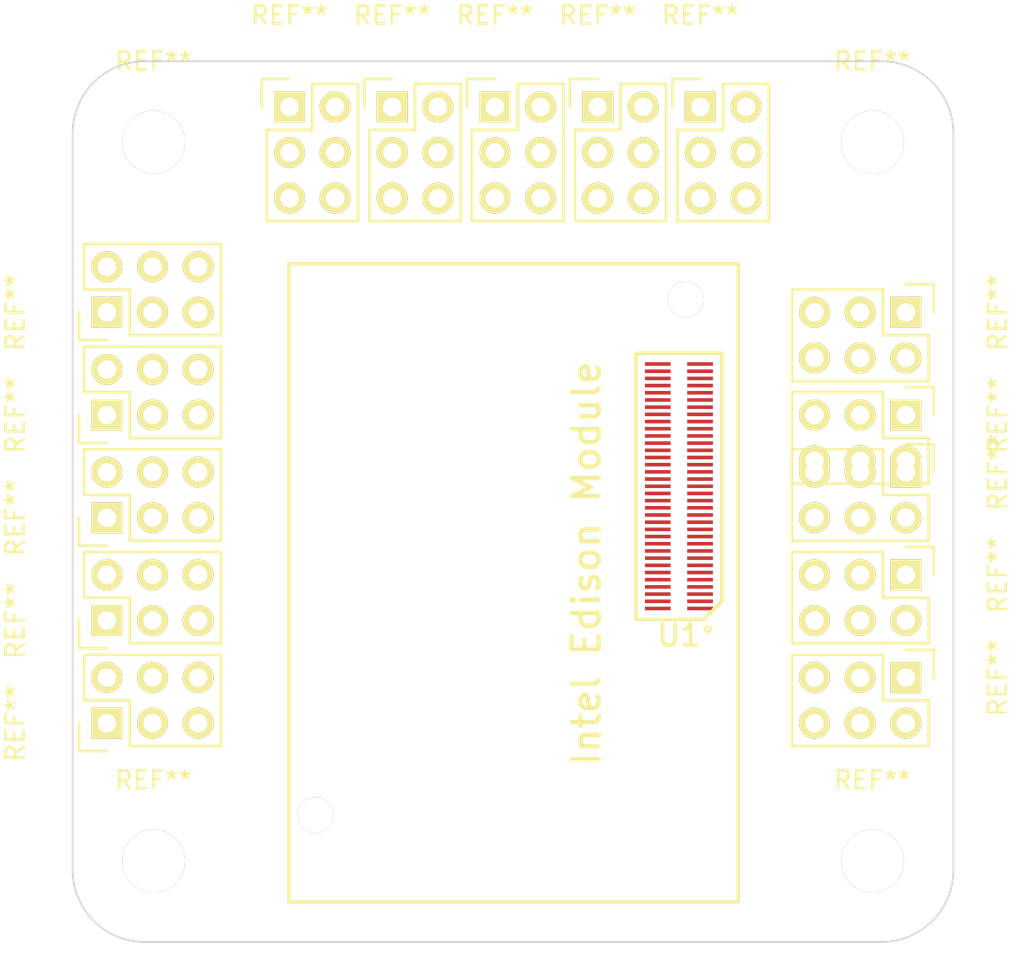
<source format=kicad_pcb>
(kicad_pcb (version 4) (host pcbnew "(after 2015-mar-04 BZR unknown)-product")

  (general
    (links 0)
    (no_connects 0)
    (area -12.18383 -1.17988 59.88383 50.53026)
    (thickness 1.6)
    (drawings 13)
    (tracks 0)
    (zones 0)
    (modules 22)
    (nets 1)
  )

  (page A4)
  (layers
    (0 F.Cu signal)
    (31 B.Cu signal)
    (32 B.Adhes user)
    (33 F.Adhes user)
    (34 B.Paste user)
    (35 F.Paste user)
    (36 B.SilkS user)
    (37 F.SilkS user)
    (38 B.Mask user)
    (39 F.Mask user)
    (40 Dwgs.User user)
    (41 Cmts.User user)
    (42 Eco1.User user)
    (43 Eco2.User user)
    (44 Edge.Cuts user)
    (45 Margin user)
    (46 B.CrtYd user)
    (47 F.CrtYd user)
    (48 B.Fab user)
    (49 F.Fab user)
  )

  (setup
    (last_trace_width 0.254)
    (trace_clearance 0.254)
    (zone_clearance 0.508)
    (zone_45_only yes)
    (trace_min 0.254)
    (segment_width 0.2)
    (edge_width 0.1)
    (via_size 0.889)
    (via_drill 0.635)
    (via_min_size 0.889)
    (via_min_drill 0.508)
    (uvia_size 0.508)
    (uvia_drill 0.127)
    (uvias_allowed no)
    (uvia_min_size 0.508)
    (uvia_min_drill 0.127)
    (pcb_text_width 0.3)
    (pcb_text_size 1.5 1.5)
    (mod_edge_width 0.15)
    (mod_text_size 1 1)
    (mod_text_width 0.15)
    (pad_size 2 2)
    (pad_drill 2)
    (pad_to_mask_clearance 0)
    (aux_axis_origin 0 0)
    (visible_elements 7FFFFF7F)
    (pcbplotparams
      (layerselection 0x00030_80000001)
      (usegerberextensions false)
      (excludeedgelayer true)
      (linewidth 0.100000)
      (plotframeref false)
      (viasonmask false)
      (mode 1)
      (useauxorigin false)
      (hpglpennumber 1)
      (hpglpenspeed 20)
      (hpglpendiameter 15)
      (hpglpenoverlay 2)
      (psnegative false)
      (psa4output false)
      (plotreference true)
      (plotvalue true)
      (plotinvisibletext false)
      (padsonsilk false)
      (subtractmaskfromsilk false)
      (outputformat 1)
      (mirror false)
      (drillshape 1)
      (scaleselection 1)
      (outputdirectory ""))
  )

  (net 0 "")

  (net_class Default "This is the default net class."
    (clearance 0.254)
    (trace_width 0.254)
    (via_dia 0.889)
    (via_drill 0.635)
    (uvia_dia 0.508)
    (uvia_drill 0.127)
  )

  (module Pin_Headers:Pin_Header_Straight_2x03 (layer F.Cu) (tedit 54EA0A4B) (tstamp 56087F01)
    (at 46.355 22.86 270)
    (descr "Through hole pin header")
    (tags "pin header")
    (fp_text reference REF** (at 0 -5.1 270) (layer F.SilkS)
      (effects (font (size 1 1) (thickness 0.15)))
    )
    (fp_text value Pin_Header_Straight_2x03 (at 0 -3.1 270) (layer F.Fab)
      (effects (font (size 1 1) (thickness 0.15)))
    )
    (fp_line (start -1.27 1.27) (end -1.27 6.35) (layer F.SilkS) (width 0.15))
    (fp_line (start -1.55 -1.55) (end 0 -1.55) (layer F.SilkS) (width 0.15))
    (fp_line (start -1.75 -1.75) (end -1.75 6.85) (layer F.CrtYd) (width 0.05))
    (fp_line (start 4.3 -1.75) (end 4.3 6.85) (layer F.CrtYd) (width 0.05))
    (fp_line (start -1.75 -1.75) (end 4.3 -1.75) (layer F.CrtYd) (width 0.05))
    (fp_line (start -1.75 6.85) (end 4.3 6.85) (layer F.CrtYd) (width 0.05))
    (fp_line (start 1.27 -1.27) (end 1.27 1.27) (layer F.SilkS) (width 0.15))
    (fp_line (start 1.27 1.27) (end -1.27 1.27) (layer F.SilkS) (width 0.15))
    (fp_line (start -1.27 6.35) (end 3.81 6.35) (layer F.SilkS) (width 0.15))
    (fp_line (start 3.81 6.35) (end 3.81 1.27) (layer F.SilkS) (width 0.15))
    (fp_line (start -1.55 -1.55) (end -1.55 0) (layer F.SilkS) (width 0.15))
    (fp_line (start 3.81 -1.27) (end 1.27 -1.27) (layer F.SilkS) (width 0.15))
    (fp_line (start 3.81 1.27) (end 3.81 -1.27) (layer F.SilkS) (width 0.15))
    (pad 1 thru_hole rect (at 0 0 270) (size 1.7272 1.7272) (drill 1.016) (layers *.Cu *.Mask F.SilkS))
    (pad 2 thru_hole oval (at 2.54 0 270) (size 1.7272 1.7272) (drill 1.016) (layers *.Cu *.Mask F.SilkS))
    (pad 3 thru_hole oval (at 0 2.54 270) (size 1.7272 1.7272) (drill 1.016) (layers *.Cu *.Mask F.SilkS))
    (pad 4 thru_hole oval (at 2.54 2.54 270) (size 1.7272 1.7272) (drill 1.016) (layers *.Cu *.Mask F.SilkS))
    (pad 5 thru_hole oval (at 0 5.08 270) (size 1.7272 1.7272) (drill 1.016) (layers *.Cu *.Mask F.SilkS))
    (pad 6 thru_hole oval (at 2.54 5.08 270) (size 1.7272 1.7272) (drill 1.016) (layers *.Cu *.Mask F.SilkS))
    (model Pin_Headers.3dshapes/Pin_Header_Straight_2x03.wrl
      (at (xyz 0.05 -0.1 0))
      (scale (xyz 1 1 1))
      (rotate (xyz 0 0 90))
    )
  )

  (module Pin_Headers:Pin_Header_Straight_2x03 (layer F.Cu) (tedit 54EA0A4B) (tstamp 56087EEB)
    (at 46.355 13.97 270)
    (descr "Through hole pin header")
    (tags "pin header")
    (fp_text reference REF** (at 0 -5.1 270) (layer F.SilkS)
      (effects (font (size 1 1) (thickness 0.15)))
    )
    (fp_text value Pin_Header_Straight_2x03 (at 0 -3.1 270) (layer F.Fab)
      (effects (font (size 1 1) (thickness 0.15)))
    )
    (fp_line (start -1.27 1.27) (end -1.27 6.35) (layer F.SilkS) (width 0.15))
    (fp_line (start -1.55 -1.55) (end 0 -1.55) (layer F.SilkS) (width 0.15))
    (fp_line (start -1.75 -1.75) (end -1.75 6.85) (layer F.CrtYd) (width 0.05))
    (fp_line (start 4.3 -1.75) (end 4.3 6.85) (layer F.CrtYd) (width 0.05))
    (fp_line (start -1.75 -1.75) (end 4.3 -1.75) (layer F.CrtYd) (width 0.05))
    (fp_line (start -1.75 6.85) (end 4.3 6.85) (layer F.CrtYd) (width 0.05))
    (fp_line (start 1.27 -1.27) (end 1.27 1.27) (layer F.SilkS) (width 0.15))
    (fp_line (start 1.27 1.27) (end -1.27 1.27) (layer F.SilkS) (width 0.15))
    (fp_line (start -1.27 6.35) (end 3.81 6.35) (layer F.SilkS) (width 0.15))
    (fp_line (start 3.81 6.35) (end 3.81 1.27) (layer F.SilkS) (width 0.15))
    (fp_line (start -1.55 -1.55) (end -1.55 0) (layer F.SilkS) (width 0.15))
    (fp_line (start 3.81 -1.27) (end 1.27 -1.27) (layer F.SilkS) (width 0.15))
    (fp_line (start 3.81 1.27) (end 3.81 -1.27) (layer F.SilkS) (width 0.15))
    (pad 1 thru_hole rect (at 0 0 270) (size 1.7272 1.7272) (drill 1.016) (layers *.Cu *.Mask F.SilkS))
    (pad 2 thru_hole oval (at 2.54 0 270) (size 1.7272 1.7272) (drill 1.016) (layers *.Cu *.Mask F.SilkS))
    (pad 3 thru_hole oval (at 0 2.54 270) (size 1.7272 1.7272) (drill 1.016) (layers *.Cu *.Mask F.SilkS))
    (pad 4 thru_hole oval (at 2.54 2.54 270) (size 1.7272 1.7272) (drill 1.016) (layers *.Cu *.Mask F.SilkS))
    (pad 5 thru_hole oval (at 0 5.08 270) (size 1.7272 1.7272) (drill 1.016) (layers *.Cu *.Mask F.SilkS))
    (pad 6 thru_hole oval (at 2.54 5.08 270) (size 1.7272 1.7272) (drill 1.016) (layers *.Cu *.Mask F.SilkS))
    (model Pin_Headers.3dshapes/Pin_Header_Straight_2x03.wrl
      (at (xyz 0.05 -0.1 0))
      (scale (xyz 1 1 1))
      (rotate (xyz 0 0 90))
    )
  )

  (module Pin_Headers:Pin_Header_Straight_2x03 (layer F.Cu) (tedit 54EA0A4B) (tstamp 56087EBE)
    (at 46.355 28.575 270)
    (descr "Through hole pin header")
    (tags "pin header")
    (fp_text reference REF** (at 0 -5.1 270) (layer F.SilkS)
      (effects (font (size 1 1) (thickness 0.15)))
    )
    (fp_text value Pin_Header_Straight_2x03 (at 0 -3.1 270) (layer F.Fab)
      (effects (font (size 1 1) (thickness 0.15)))
    )
    (fp_line (start -1.27 1.27) (end -1.27 6.35) (layer F.SilkS) (width 0.15))
    (fp_line (start -1.55 -1.55) (end 0 -1.55) (layer F.SilkS) (width 0.15))
    (fp_line (start -1.75 -1.75) (end -1.75 6.85) (layer F.CrtYd) (width 0.05))
    (fp_line (start 4.3 -1.75) (end 4.3 6.85) (layer F.CrtYd) (width 0.05))
    (fp_line (start -1.75 -1.75) (end 4.3 -1.75) (layer F.CrtYd) (width 0.05))
    (fp_line (start -1.75 6.85) (end 4.3 6.85) (layer F.CrtYd) (width 0.05))
    (fp_line (start 1.27 -1.27) (end 1.27 1.27) (layer F.SilkS) (width 0.15))
    (fp_line (start 1.27 1.27) (end -1.27 1.27) (layer F.SilkS) (width 0.15))
    (fp_line (start -1.27 6.35) (end 3.81 6.35) (layer F.SilkS) (width 0.15))
    (fp_line (start 3.81 6.35) (end 3.81 1.27) (layer F.SilkS) (width 0.15))
    (fp_line (start -1.55 -1.55) (end -1.55 0) (layer F.SilkS) (width 0.15))
    (fp_line (start 3.81 -1.27) (end 1.27 -1.27) (layer F.SilkS) (width 0.15))
    (fp_line (start 3.81 1.27) (end 3.81 -1.27) (layer F.SilkS) (width 0.15))
    (pad 1 thru_hole rect (at 0 0 270) (size 1.7272 1.7272) (drill 1.016) (layers *.Cu *.Mask F.SilkS))
    (pad 2 thru_hole oval (at 2.54 0 270) (size 1.7272 1.7272) (drill 1.016) (layers *.Cu *.Mask F.SilkS))
    (pad 3 thru_hole oval (at 0 2.54 270) (size 1.7272 1.7272) (drill 1.016) (layers *.Cu *.Mask F.SilkS))
    (pad 4 thru_hole oval (at 2.54 2.54 270) (size 1.7272 1.7272) (drill 1.016) (layers *.Cu *.Mask F.SilkS))
    (pad 5 thru_hole oval (at 0 5.08 270) (size 1.7272 1.7272) (drill 1.016) (layers *.Cu *.Mask F.SilkS))
    (pad 6 thru_hole oval (at 2.54 5.08 270) (size 1.7272 1.7272) (drill 1.016) (layers *.Cu *.Mask F.SilkS))
    (model Pin_Headers.3dshapes/Pin_Header_Straight_2x03.wrl
      (at (xyz 0.05 -0.1 0))
      (scale (xyz 1 1 1))
      (rotate (xyz 0 0 90))
    )
  )

  (module Mounting_Holes:MountingHole_3-5mm (layer F.Cu) (tedit 0) (tstamp 56087AF7)
    (at 44.5 44.5)
    (descr "Mounting hole, Befestigungsbohrung, 3,5mm, No Annular, Kein Restring,")
    (tags "Mounting hole, Befestigungsbohrung, 3,5mm, No Annular, Kein Restring,")
    (fp_text reference REF** (at 0 -4.50088) (layer F.SilkS)
      (effects (font (size 1 1) (thickness 0.15)))
    )
    (fp_text value MountingHole_3-5mm (at 0 5.00126) (layer F.Fab)
      (effects (font (size 1 1) (thickness 0.15)))
    )
    (fp_circle (center 0 0) (end 3.5 0) (layer Cmts.User) (width 0.381))
    (pad 1 thru_hole circle (at 0 0) (size 3.5 3.5) (drill 3.5) (layers))
  )

  (module Mounting_Holes:MountingHole_3-5mm (layer F.Cu) (tedit 0) (tstamp 56087AF2)
    (at 4.5 4.5)
    (descr "Mounting hole, Befestigungsbohrung, 3,5mm, No Annular, Kein Restring,")
    (tags "Mounting hole, Befestigungsbohrung, 3,5mm, No Annular, Kein Restring,")
    (fp_text reference REF** (at 0 -4.50088) (layer F.SilkS)
      (effects (font (size 1 1) (thickness 0.15)))
    )
    (fp_text value MountingHole_3-5mm (at 0 5.00126) (layer F.Fab)
      (effects (font (size 1 1) (thickness 0.15)))
    )
    (fp_circle (center 0 0) (end 3.5 0) (layer Cmts.User) (width 0.381))
    (pad 1 thru_hole circle (at 0 0) (size 3.5 3.5) (drill 3.5) (layers))
  )

  (module Mounting_Holes:MountingHole_3-5mm (layer F.Cu) (tedit 0) (tstamp 56087AD5)
    (at 44.5 4.5)
    (descr "Mounting hole, Befestigungsbohrung, 3,5mm, No Annular, Kein Restring,")
    (tags "Mounting hole, Befestigungsbohrung, 3,5mm, No Annular, Kein Restring,")
    (fp_text reference REF** (at 0 -4.50088) (layer F.SilkS)
      (effects (font (size 1 1) (thickness 0.15)))
    )
    (fp_text value MountingHole_3-5mm (at 0 5.00126) (layer F.Fab)
      (effects (font (size 1 1) (thickness 0.15)))
    )
    (fp_circle (center 0 0) (end 3.5 0) (layer Cmts.User) (width 0.381))
    (pad 1 thru_hole circle (at 0 0) (size 3.5 3.5) (drill 3.5) (layers))
  )

  (module "DF40HC(3.0)-70DS" locked (layer F.Cu) (tedit 54790978) (tstamp 5479070E)
    (at 33.73 23.645 180)
    (path /5479160A)
    (clearance 0.1)
    (fp_text reference U1 (at -0.01 -8.29 180) (layer F.SilkS)
      (effects (font (size 1.2 1.2) (thickness 0.2)))
    )
    (fp_text value EdisonConnector (at 3.81 0 270) (layer F.SilkS) hide
      (effects (font (size 1.2 1.2) (thickness 0.2)))
    )
    (fp_circle (center -1.6 -7.975) (end -1.6 -7.825) (layer F.SilkS) (width 0.15))
    (fp_line (start -1.39 -7.4) (end -2.39 -6.4) (layer F.SilkS) (width 0.2))
    (fp_line (start -2.39 -6.4) (end -2.39 7.4) (layer F.SilkS) (width 0.2))
    (fp_line (start -2.39 7.4) (end 2.39 7.4) (layer F.SilkS) (width 0.2))
    (fp_line (start 2.39 7.4) (end 2.39 -7.4) (layer F.SilkS) (width 0.2))
    (fp_line (start 2.39 -7.4) (end -1.39 -7.4) (layer F.SilkS) (width 0.2))
    (pad 1 smd rect (at -1.175 -6.8 180) (size 1.43 0.2) (layers F.Cu F.Paste F.Mask))
    (pad 3 smd rect (at -1.175 -6.4 180) (size 1.43 0.2) (layers F.Cu F.Paste F.Mask))
    (pad 5 smd rect (at -1.175 -6 180) (size 1.43 0.2) (layers F.Cu F.Paste F.Mask))
    (pad 7 smd rect (at -1.175 -5.6 180) (size 1.43 0.2) (layers F.Cu F.Paste F.Mask))
    (pad 9 smd rect (at -1.175 -5.2 180) (size 1.43 0.2) (layers F.Cu F.Paste F.Mask))
    (pad 11 smd rect (at -1.175 -4.8 180) (size 1.43 0.2) (layers F.Cu F.Paste F.Mask))
    (pad 13 smd rect (at -1.175 -4.4 180) (size 1.43 0.2) (layers F.Cu F.Paste F.Mask))
    (pad 15 smd rect (at -1.175 -4 180) (size 1.43 0.2) (layers F.Cu F.Paste F.Mask))
    (pad 17 smd rect (at -1.175 -3.6 180) (size 1.43 0.2) (layers F.Cu F.Paste F.Mask))
    (pad 19 smd rect (at -1.175 -3.2 180) (size 1.43 0.2) (layers F.Cu F.Paste F.Mask))
    (pad 21 smd rect (at -1.175 -2.8 180) (size 1.43 0.2) (layers F.Cu F.Paste F.Mask))
    (pad 23 smd rect (at -1.175 -2.4 180) (size 1.43 0.2) (layers F.Cu F.Paste F.Mask))
    (pad 25 smd rect (at -1.175 -2 180) (size 1.43 0.2) (layers F.Cu F.Paste F.Mask))
    (pad 27 smd rect (at -1.175 -1.6 180) (size 1.43 0.2) (layers F.Cu F.Paste F.Mask))
    (pad 29 smd rect (at -1.175 -1.2 180) (size 1.43 0.2) (layers F.Cu F.Paste F.Mask))
    (pad 31 smd rect (at -1.175 -0.8 180) (size 1.43 0.2) (layers F.Cu F.Paste F.Mask))
    (pad 33 smd rect (at -1.175 -0.4 180) (size 1.43 0.2) (layers F.Cu F.Paste F.Mask))
    (pad 35 smd rect (at -1.175 0 180) (size 1.43 0.2) (layers F.Cu F.Paste F.Mask))
    (pad 37 smd rect (at -1.175 0.4 180) (size 1.43 0.2) (layers F.Cu F.Paste F.Mask))
    (pad 39 smd rect (at -1.175 0.8 180) (size 1.43 0.2) (layers F.Cu F.Paste F.Mask))
    (pad 41 smd rect (at -1.175 1.2 180) (size 1.43 0.2) (layers F.Cu F.Paste F.Mask))
    (pad 43 smd rect (at -1.175 1.6 180) (size 1.43 0.2) (layers F.Cu F.Paste F.Mask))
    (pad 45 smd rect (at -1.175 2 180) (size 1.43 0.2) (layers F.Cu F.Paste F.Mask))
    (pad 47 smd rect (at -1.175 2.4 180) (size 1.43 0.2) (layers F.Cu F.Paste F.Mask))
    (pad 49 smd rect (at -1.175 2.8 180) (size 1.43 0.2) (layers F.Cu F.Paste F.Mask))
    (pad 51 smd rect (at -1.175 3.2 180) (size 1.43 0.2) (layers F.Cu F.Paste F.Mask))
    (pad 53 smd rect (at -1.175 3.6 180) (size 1.43 0.2) (layers F.Cu F.Paste F.Mask))
    (pad 55 smd rect (at -1.175 4 180) (size 1.43 0.2) (layers F.Cu F.Paste F.Mask))
    (pad 57 smd rect (at -1.175 4.4 180) (size 1.43 0.2) (layers F.Cu F.Paste F.Mask))
    (pad 59 smd rect (at -1.175 4.8 180) (size 1.43 0.2) (layers F.Cu F.Paste F.Mask))
    (pad 61 smd rect (at -1.175 5.2 180) (size 1.43 0.2) (layers F.Cu F.Paste F.Mask))
    (pad 63 smd rect (at -1.175 5.6 180) (size 1.43 0.2) (layers F.Cu F.Paste F.Mask))
    (pad 65 smd rect (at -1.175 6 180) (size 1.43 0.2) (layers F.Cu F.Paste F.Mask))
    (pad 67 smd rect (at -1.175 6.4 180) (size 1.43 0.2) (layers F.Cu F.Paste F.Mask))
    (pad 69 smd rect (at -1.175 6.8 180) (size 1.43 0.2) (layers F.Cu F.Paste F.Mask))
    (pad 2 smd rect (at 1.175 -6.8 180) (size 1.43 0.2) (layers F.Cu F.Paste F.Mask))
    (pad 4 smd rect (at 1.175 -6.4 180) (size 1.43 0.2) (layers F.Cu F.Paste F.Mask))
    (pad 6 smd rect (at 1.175 -6 180) (size 1.43 0.2) (layers F.Cu F.Paste F.Mask))
    (pad 8 smd rect (at 1.175 -5.6 180) (size 1.43 0.2) (layers F.Cu F.Paste F.Mask))
    (pad 10 smd rect (at 1.175 -5.2 180) (size 1.43 0.2) (layers F.Cu F.Paste F.Mask))
    (pad 12 smd rect (at 1.175 -4.8 180) (size 1.43 0.2) (layers F.Cu F.Paste F.Mask))
    (pad 14 smd rect (at 1.175 -4.4 180) (size 1.43 0.2) (layers F.Cu F.Paste F.Mask))
    (pad 16 smd rect (at 1.175 -4 180) (size 1.43 0.2) (layers F.Cu F.Paste F.Mask))
    (pad 18 smd rect (at 1.175 -3.6 180) (size 1.43 0.2) (layers F.Cu F.Paste F.Mask))
    (pad 20 smd rect (at 1.175 -3.2 180) (size 1.43 0.2) (layers F.Cu F.Paste F.Mask))
    (pad 22 smd rect (at 1.175 -2.8 180) (size 1.43 0.2) (layers F.Cu F.Paste F.Mask))
    (pad 24 smd rect (at 1.175 -2.4 180) (size 1.43 0.2) (layers F.Cu F.Paste F.Mask))
    (pad 26 smd rect (at 1.175 -2 180) (size 1.43 0.2) (layers F.Cu F.Paste F.Mask))
    (pad 28 smd rect (at 1.175 -1.6 180) (size 1.43 0.2) (layers F.Cu F.Paste F.Mask))
    (pad 30 smd rect (at 1.175 -1.2 180) (size 1.43 0.2) (layers F.Cu F.Paste F.Mask))
    (pad 32 smd rect (at 1.175 -0.8 180) (size 1.43 0.2) (layers F.Cu F.Paste F.Mask))
    (pad 34 smd rect (at 1.175 -0.4 180) (size 1.43 0.2) (layers F.Cu F.Paste F.Mask))
    (pad 36 smd rect (at 1.175 0 180) (size 1.43 0.2) (layers F.Cu F.Paste F.Mask))
    (pad 38 smd rect (at 1.175 0.4 180) (size 1.43 0.2) (layers F.Cu F.Paste F.Mask))
    (pad 40 smd rect (at 1.175 0.8 180) (size 1.43 0.2) (layers F.Cu F.Paste F.Mask))
    (pad 42 smd rect (at 1.175 1.2 180) (size 1.43 0.2) (layers F.Cu F.Paste F.Mask))
    (pad 44 smd rect (at 1.175 1.6 180) (size 1.43 0.2) (layers F.Cu F.Paste F.Mask))
    (pad 46 smd rect (at 1.175 2 180) (size 1.43 0.2) (layers F.Cu F.Paste F.Mask))
    (pad 48 smd rect (at 1.175 2.4 180) (size 1.43 0.2) (layers F.Cu F.Paste F.Mask))
    (pad 50 smd rect (at 1.175 2.8 180) (size 1.43 0.2) (layers F.Cu F.Paste F.Mask))
    (pad 52 smd rect (at 1.175 3.2 180) (size 1.43 0.2) (layers F.Cu F.Paste F.Mask))
    (pad 54 smd rect (at 1.175 3.6 180) (size 1.43 0.2) (layers F.Cu F.Paste F.Mask))
    (pad 56 smd rect (at 1.175 4 180) (size 1.43 0.2) (layers F.Cu F.Paste F.Mask))
    (pad 58 smd rect (at 1.175 4.4 180) (size 1.43 0.2) (layers F.Cu F.Paste F.Mask))
    (pad 60 smd rect (at 1.175 4.8 180) (size 1.43 0.2) (layers F.Cu F.Paste F.Mask))
    (pad 62 smd rect (at 1.175 5.2 180) (size 1.43 0.2) (layers F.Cu F.Paste F.Mask))
    (pad 64 smd rect (at 1.175 5.6 180) (size 1.43 0.2) (layers F.Cu F.Paste F.Mask))
    (pad 66 smd rect (at 1.175 6 180) (size 1.43 0.2) (layers F.Cu F.Paste F.Mask))
    (pad 68 smd rect (at 1.175 6.4 180) (size 1.43 0.2) (layers F.Cu F.Paste F.Mask))
    (pad 70 smd rect (at 1.175 6.8 180) (size 1.43 0.2) (layers F.Cu F.Paste F.Mask))
  )

  (module mogar_modules_new:MountingHole_2mm locked (layer F.Cu) (tedit 5479092A) (tstamp 54790711)
    (at 34.1 13.255)
    (descr "Mounting hole, Befestigungsbohrung, 2,5mm, No Annular, Kein Restring,")
    (tags "Mounting hole, Befestigungsbohrung, 2,5mm, No Annular, Kein Restring,")
    (fp_text reference MH (at 3.325 0) (layer F.SilkS) hide
      (effects (font (thickness 0.3048)))
    )
    (fp_text value MountingHole_2-5mm_RevA_Date21Jun2010 (at 0.05 2.475) (layer F.SilkS) hide
      (effects (font (thickness 0.3048)))
    )
    (fp_circle (center 0 0) (end 1.5 0) (layer Cmts.User) (width 0.381))
    (pad 1 thru_hole circle (at 0 0) (size 2 2) (drill 2) (layers F.Cu))
  )

  (module mogar_modules_new:MountingHole_2mm locked (layer F.Cu) (tedit 5479092A) (tstamp 5479070F)
    (at 13.5 41.945)
    (descr "Mounting hole, Befestigungsbohrung, 2,5mm, No Annular, Kein Restring,")
    (tags "Mounting hole, Befestigungsbohrung, 2,5mm, No Annular, Kein Restring,")
    (fp_text reference MH (at 3.325 0) (layer F.SilkS) hide
      (effects (font (thickness 0.3048)))
    )
    (fp_text value MountingHole_2-5mm_RevA_Date21Jun2010 (at 0.05 2.475) (layer F.SilkS) hide
      (effects (font (thickness 0.3048)))
    )
    (fp_circle (center 0 0) (end 1.5 0) (layer Cmts.User) (width 0.381))
    (pad 1 thru_hole circle (at 0 0) (size 2 2) (drill 2) (layers F.Cu))
  )

  (module Mounting_Holes:MountingHole_3-5mm (layer F.Cu) (tedit 0) (tstamp 56087AB6)
    (at 4.5 44.5)
    (descr "Mounting hole, Befestigungsbohrung, 3,5mm, No Annular, Kein Restring,")
    (tags "Mounting hole, Befestigungsbohrung, 3,5mm, No Annular, Kein Restring,")
    (fp_text reference REF** (at 0 -4.50088) (layer F.SilkS)
      (effects (font (size 1 1) (thickness 0.15)))
    )
    (fp_text value MountingHole_3-5mm (at 0 5.00126) (layer F.Fab)
      (effects (font (size 1 1) (thickness 0.15)))
    )
    (fp_circle (center 0 0) (end 3.5 0) (layer Cmts.User) (width 0.381))
    (pad 1 thru_hole circle (at 0 0) (size 3.5 3.5) (drill 3.5) (layers))
  )

  (module Pin_Headers:Pin_Header_Straight_2x03 (layer F.Cu) (tedit 54EA0A4B) (tstamp 56087D56)
    (at 1.905 13.97 90)
    (descr "Through hole pin header")
    (tags "pin header")
    (fp_text reference REF** (at 0 -5.1 90) (layer F.SilkS)
      (effects (font (size 1 1) (thickness 0.15)))
    )
    (fp_text value Pin_Header_Straight_2x03 (at 0 -3.1 90) (layer F.Fab)
      (effects (font (size 1 1) (thickness 0.15)))
    )
    (fp_line (start -1.27 1.27) (end -1.27 6.35) (layer F.SilkS) (width 0.15))
    (fp_line (start -1.55 -1.55) (end 0 -1.55) (layer F.SilkS) (width 0.15))
    (fp_line (start -1.75 -1.75) (end -1.75 6.85) (layer F.CrtYd) (width 0.05))
    (fp_line (start 4.3 -1.75) (end 4.3 6.85) (layer F.CrtYd) (width 0.05))
    (fp_line (start -1.75 -1.75) (end 4.3 -1.75) (layer F.CrtYd) (width 0.05))
    (fp_line (start -1.75 6.85) (end 4.3 6.85) (layer F.CrtYd) (width 0.05))
    (fp_line (start 1.27 -1.27) (end 1.27 1.27) (layer F.SilkS) (width 0.15))
    (fp_line (start 1.27 1.27) (end -1.27 1.27) (layer F.SilkS) (width 0.15))
    (fp_line (start -1.27 6.35) (end 3.81 6.35) (layer F.SilkS) (width 0.15))
    (fp_line (start 3.81 6.35) (end 3.81 1.27) (layer F.SilkS) (width 0.15))
    (fp_line (start -1.55 -1.55) (end -1.55 0) (layer F.SilkS) (width 0.15))
    (fp_line (start 3.81 -1.27) (end 1.27 -1.27) (layer F.SilkS) (width 0.15))
    (fp_line (start 3.81 1.27) (end 3.81 -1.27) (layer F.SilkS) (width 0.15))
    (pad 1 thru_hole rect (at 0 0 90) (size 1.7272 1.7272) (drill 1.016) (layers *.Cu *.Mask F.SilkS))
    (pad 2 thru_hole oval (at 2.54 0 90) (size 1.7272 1.7272) (drill 1.016) (layers *.Cu *.Mask F.SilkS))
    (pad 3 thru_hole oval (at 0 2.54 90) (size 1.7272 1.7272) (drill 1.016) (layers *.Cu *.Mask F.SilkS))
    (pad 4 thru_hole oval (at 2.54 2.54 90) (size 1.7272 1.7272) (drill 1.016) (layers *.Cu *.Mask F.SilkS))
    (pad 5 thru_hole oval (at 0 5.08 90) (size 1.7272 1.7272) (drill 1.016) (layers *.Cu *.Mask F.SilkS))
    (pad 6 thru_hole oval (at 2.54 5.08 90) (size 1.7272 1.7272) (drill 1.016) (layers *.Cu *.Mask F.SilkS))
    (model Pin_Headers.3dshapes/Pin_Header_Straight_2x03.wrl
      (at (xyz 0.05 -0.1 0))
      (scale (xyz 1 1 1))
      (rotate (xyz 0 0 90))
    )
  )

  (module Pin_Headers:Pin_Header_Straight_2x03 (layer F.Cu) (tedit 54EA0A4B) (tstamp 56087D85)
    (at 1.905 19.685 90)
    (descr "Through hole pin header")
    (tags "pin header")
    (fp_text reference REF** (at 0 -5.1 90) (layer F.SilkS)
      (effects (font (size 1 1) (thickness 0.15)))
    )
    (fp_text value Pin_Header_Straight_2x03 (at 0 -3.1 90) (layer F.Fab)
      (effects (font (size 1 1) (thickness 0.15)))
    )
    (fp_line (start -1.27 1.27) (end -1.27 6.35) (layer F.SilkS) (width 0.15))
    (fp_line (start -1.55 -1.55) (end 0 -1.55) (layer F.SilkS) (width 0.15))
    (fp_line (start -1.75 -1.75) (end -1.75 6.85) (layer F.CrtYd) (width 0.05))
    (fp_line (start 4.3 -1.75) (end 4.3 6.85) (layer F.CrtYd) (width 0.05))
    (fp_line (start -1.75 -1.75) (end 4.3 -1.75) (layer F.CrtYd) (width 0.05))
    (fp_line (start -1.75 6.85) (end 4.3 6.85) (layer F.CrtYd) (width 0.05))
    (fp_line (start 1.27 -1.27) (end 1.27 1.27) (layer F.SilkS) (width 0.15))
    (fp_line (start 1.27 1.27) (end -1.27 1.27) (layer F.SilkS) (width 0.15))
    (fp_line (start -1.27 6.35) (end 3.81 6.35) (layer F.SilkS) (width 0.15))
    (fp_line (start 3.81 6.35) (end 3.81 1.27) (layer F.SilkS) (width 0.15))
    (fp_line (start -1.55 -1.55) (end -1.55 0) (layer F.SilkS) (width 0.15))
    (fp_line (start 3.81 -1.27) (end 1.27 -1.27) (layer F.SilkS) (width 0.15))
    (fp_line (start 3.81 1.27) (end 3.81 -1.27) (layer F.SilkS) (width 0.15))
    (pad 1 thru_hole rect (at 0 0 90) (size 1.7272 1.7272) (drill 1.016) (layers *.Cu *.Mask F.SilkS))
    (pad 2 thru_hole oval (at 2.54 0 90) (size 1.7272 1.7272) (drill 1.016) (layers *.Cu *.Mask F.SilkS))
    (pad 3 thru_hole oval (at 0 2.54 90) (size 1.7272 1.7272) (drill 1.016) (layers *.Cu *.Mask F.SilkS))
    (pad 4 thru_hole oval (at 2.54 2.54 90) (size 1.7272 1.7272) (drill 1.016) (layers *.Cu *.Mask F.SilkS))
    (pad 5 thru_hole oval (at 0 5.08 90) (size 1.7272 1.7272) (drill 1.016) (layers *.Cu *.Mask F.SilkS))
    (pad 6 thru_hole oval (at 2.54 5.08 90) (size 1.7272 1.7272) (drill 1.016) (layers *.Cu *.Mask F.SilkS))
    (model Pin_Headers.3dshapes/Pin_Header_Straight_2x03.wrl
      (at (xyz 0.05 -0.1 0))
      (scale (xyz 1 1 1))
      (rotate (xyz 0 0 90))
    )
  )

  (module Pin_Headers:Pin_Header_Straight_2x03 (layer F.Cu) (tedit 54EA0A4B) (tstamp 56087DB5)
    (at 1.905 25.4 90)
    (descr "Through hole pin header")
    (tags "pin header")
    (fp_text reference REF** (at 0 -5.1 90) (layer F.SilkS)
      (effects (font (size 1 1) (thickness 0.15)))
    )
    (fp_text value Pin_Header_Straight_2x03 (at 0 -3.1 90) (layer F.Fab)
      (effects (font (size 1 1) (thickness 0.15)))
    )
    (fp_line (start -1.27 1.27) (end -1.27 6.35) (layer F.SilkS) (width 0.15))
    (fp_line (start -1.55 -1.55) (end 0 -1.55) (layer F.SilkS) (width 0.15))
    (fp_line (start -1.75 -1.75) (end -1.75 6.85) (layer F.CrtYd) (width 0.05))
    (fp_line (start 4.3 -1.75) (end 4.3 6.85) (layer F.CrtYd) (width 0.05))
    (fp_line (start -1.75 -1.75) (end 4.3 -1.75) (layer F.CrtYd) (width 0.05))
    (fp_line (start -1.75 6.85) (end 4.3 6.85) (layer F.CrtYd) (width 0.05))
    (fp_line (start 1.27 -1.27) (end 1.27 1.27) (layer F.SilkS) (width 0.15))
    (fp_line (start 1.27 1.27) (end -1.27 1.27) (layer F.SilkS) (width 0.15))
    (fp_line (start -1.27 6.35) (end 3.81 6.35) (layer F.SilkS) (width 0.15))
    (fp_line (start 3.81 6.35) (end 3.81 1.27) (layer F.SilkS) (width 0.15))
    (fp_line (start -1.55 -1.55) (end -1.55 0) (layer F.SilkS) (width 0.15))
    (fp_line (start 3.81 -1.27) (end 1.27 -1.27) (layer F.SilkS) (width 0.15))
    (fp_line (start 3.81 1.27) (end 3.81 -1.27) (layer F.SilkS) (width 0.15))
    (pad 1 thru_hole rect (at 0 0 90) (size 1.7272 1.7272) (drill 1.016) (layers *.Cu *.Mask F.SilkS))
    (pad 2 thru_hole oval (at 2.54 0 90) (size 1.7272 1.7272) (drill 1.016) (layers *.Cu *.Mask F.SilkS))
    (pad 3 thru_hole oval (at 0 2.54 90) (size 1.7272 1.7272) (drill 1.016) (layers *.Cu *.Mask F.SilkS))
    (pad 4 thru_hole oval (at 2.54 2.54 90) (size 1.7272 1.7272) (drill 1.016) (layers *.Cu *.Mask F.SilkS))
    (pad 5 thru_hole oval (at 0 5.08 90) (size 1.7272 1.7272) (drill 1.016) (layers *.Cu *.Mask F.SilkS))
    (pad 6 thru_hole oval (at 2.54 5.08 90) (size 1.7272 1.7272) (drill 1.016) (layers *.Cu *.Mask F.SilkS))
    (model Pin_Headers.3dshapes/Pin_Header_Straight_2x03.wrl
      (at (xyz 0.05 -0.1 0))
      (scale (xyz 1 1 1))
      (rotate (xyz 0 0 90))
    )
  )

  (module Pin_Headers:Pin_Header_Straight_2x03 (layer F.Cu) (tedit 54EA0A4B) (tstamp 56087DCC)
    (at 1.905 31.115 90)
    (descr "Through hole pin header")
    (tags "pin header")
    (fp_text reference REF** (at 0 -5.1 90) (layer F.SilkS)
      (effects (font (size 1 1) (thickness 0.15)))
    )
    (fp_text value Pin_Header_Straight_2x03 (at 0 -3.1 90) (layer F.Fab)
      (effects (font (size 1 1) (thickness 0.15)))
    )
    (fp_line (start -1.27 1.27) (end -1.27 6.35) (layer F.SilkS) (width 0.15))
    (fp_line (start -1.55 -1.55) (end 0 -1.55) (layer F.SilkS) (width 0.15))
    (fp_line (start -1.75 -1.75) (end -1.75 6.85) (layer F.CrtYd) (width 0.05))
    (fp_line (start 4.3 -1.75) (end 4.3 6.85) (layer F.CrtYd) (width 0.05))
    (fp_line (start -1.75 -1.75) (end 4.3 -1.75) (layer F.CrtYd) (width 0.05))
    (fp_line (start -1.75 6.85) (end 4.3 6.85) (layer F.CrtYd) (width 0.05))
    (fp_line (start 1.27 -1.27) (end 1.27 1.27) (layer F.SilkS) (width 0.15))
    (fp_line (start 1.27 1.27) (end -1.27 1.27) (layer F.SilkS) (width 0.15))
    (fp_line (start -1.27 6.35) (end 3.81 6.35) (layer F.SilkS) (width 0.15))
    (fp_line (start 3.81 6.35) (end 3.81 1.27) (layer F.SilkS) (width 0.15))
    (fp_line (start -1.55 -1.55) (end -1.55 0) (layer F.SilkS) (width 0.15))
    (fp_line (start 3.81 -1.27) (end 1.27 -1.27) (layer F.SilkS) (width 0.15))
    (fp_line (start 3.81 1.27) (end 3.81 -1.27) (layer F.SilkS) (width 0.15))
    (pad 1 thru_hole rect (at 0 0 90) (size 1.7272 1.7272) (drill 1.016) (layers *.Cu *.Mask F.SilkS))
    (pad 2 thru_hole oval (at 2.54 0 90) (size 1.7272 1.7272) (drill 1.016) (layers *.Cu *.Mask F.SilkS))
    (pad 3 thru_hole oval (at 0 2.54 90) (size 1.7272 1.7272) (drill 1.016) (layers *.Cu *.Mask F.SilkS))
    (pad 4 thru_hole oval (at 2.54 2.54 90) (size 1.7272 1.7272) (drill 1.016) (layers *.Cu *.Mask F.SilkS))
    (pad 5 thru_hole oval (at 0 5.08 90) (size 1.7272 1.7272) (drill 1.016) (layers *.Cu *.Mask F.SilkS))
    (pad 6 thru_hole oval (at 2.54 5.08 90) (size 1.7272 1.7272) (drill 1.016) (layers *.Cu *.Mask F.SilkS))
    (model Pin_Headers.3dshapes/Pin_Header_Straight_2x03.wrl
      (at (xyz 0.05 -0.1 0))
      (scale (xyz 1 1 1))
      (rotate (xyz 0 0 90))
    )
  )

  (module Pin_Headers:Pin_Header_Straight_2x03 (layer F.Cu) (tedit 54EA0A4B) (tstamp 56087DE3)
    (at 1.905 36.83 90)
    (descr "Through hole pin header")
    (tags "pin header")
    (fp_text reference REF** (at 0 -5.1 90) (layer F.SilkS)
      (effects (font (size 1 1) (thickness 0.15)))
    )
    (fp_text value Pin_Header_Straight_2x03 (at 0 -3.1 90) (layer F.Fab)
      (effects (font (size 1 1) (thickness 0.15)))
    )
    (fp_line (start -1.27 1.27) (end -1.27 6.35) (layer F.SilkS) (width 0.15))
    (fp_line (start -1.55 -1.55) (end 0 -1.55) (layer F.SilkS) (width 0.15))
    (fp_line (start -1.75 -1.75) (end -1.75 6.85) (layer F.CrtYd) (width 0.05))
    (fp_line (start 4.3 -1.75) (end 4.3 6.85) (layer F.CrtYd) (width 0.05))
    (fp_line (start -1.75 -1.75) (end 4.3 -1.75) (layer F.CrtYd) (width 0.05))
    (fp_line (start -1.75 6.85) (end 4.3 6.85) (layer F.CrtYd) (width 0.05))
    (fp_line (start 1.27 -1.27) (end 1.27 1.27) (layer F.SilkS) (width 0.15))
    (fp_line (start 1.27 1.27) (end -1.27 1.27) (layer F.SilkS) (width 0.15))
    (fp_line (start -1.27 6.35) (end 3.81 6.35) (layer F.SilkS) (width 0.15))
    (fp_line (start 3.81 6.35) (end 3.81 1.27) (layer F.SilkS) (width 0.15))
    (fp_line (start -1.55 -1.55) (end -1.55 0) (layer F.SilkS) (width 0.15))
    (fp_line (start 3.81 -1.27) (end 1.27 -1.27) (layer F.SilkS) (width 0.15))
    (fp_line (start 3.81 1.27) (end 3.81 -1.27) (layer F.SilkS) (width 0.15))
    (pad 1 thru_hole rect (at 0 0 90) (size 1.7272 1.7272) (drill 1.016) (layers *.Cu *.Mask F.SilkS))
    (pad 2 thru_hole oval (at 2.54 0 90) (size 1.7272 1.7272) (drill 1.016) (layers *.Cu *.Mask F.SilkS))
    (pad 3 thru_hole oval (at 0 2.54 90) (size 1.7272 1.7272) (drill 1.016) (layers *.Cu *.Mask F.SilkS))
    (pad 4 thru_hole oval (at 2.54 2.54 90) (size 1.7272 1.7272) (drill 1.016) (layers *.Cu *.Mask F.SilkS))
    (pad 5 thru_hole oval (at 0 5.08 90) (size 1.7272 1.7272) (drill 1.016) (layers *.Cu *.Mask F.SilkS))
    (pad 6 thru_hole oval (at 2.54 5.08 90) (size 1.7272 1.7272) (drill 1.016) (layers *.Cu *.Mask F.SilkS))
    (model Pin_Headers.3dshapes/Pin_Header_Straight_2x03.wrl
      (at (xyz 0.05 -0.1 0))
      (scale (xyz 1 1 1))
      (rotate (xyz 0 0 90))
    )
  )

  (module Pin_Headers:Pin_Header_Straight_2x03 (layer F.Cu) (tedit 54EA0A4B) (tstamp 56087E01)
    (at 12.065 2.54)
    (descr "Through hole pin header")
    (tags "pin header")
    (fp_text reference REF** (at 0 -5.1) (layer F.SilkS)
      (effects (font (size 1 1) (thickness 0.15)))
    )
    (fp_text value Pin_Header_Straight_2x03 (at 0 -3.1) (layer F.Fab)
      (effects (font (size 1 1) (thickness 0.15)))
    )
    (fp_line (start -1.27 1.27) (end -1.27 6.35) (layer F.SilkS) (width 0.15))
    (fp_line (start -1.55 -1.55) (end 0 -1.55) (layer F.SilkS) (width 0.15))
    (fp_line (start -1.75 -1.75) (end -1.75 6.85) (layer F.CrtYd) (width 0.05))
    (fp_line (start 4.3 -1.75) (end 4.3 6.85) (layer F.CrtYd) (width 0.05))
    (fp_line (start -1.75 -1.75) (end 4.3 -1.75) (layer F.CrtYd) (width 0.05))
    (fp_line (start -1.75 6.85) (end 4.3 6.85) (layer F.CrtYd) (width 0.05))
    (fp_line (start 1.27 -1.27) (end 1.27 1.27) (layer F.SilkS) (width 0.15))
    (fp_line (start 1.27 1.27) (end -1.27 1.27) (layer F.SilkS) (width 0.15))
    (fp_line (start -1.27 6.35) (end 3.81 6.35) (layer F.SilkS) (width 0.15))
    (fp_line (start 3.81 6.35) (end 3.81 1.27) (layer F.SilkS) (width 0.15))
    (fp_line (start -1.55 -1.55) (end -1.55 0) (layer F.SilkS) (width 0.15))
    (fp_line (start 3.81 -1.27) (end 1.27 -1.27) (layer F.SilkS) (width 0.15))
    (fp_line (start 3.81 1.27) (end 3.81 -1.27) (layer F.SilkS) (width 0.15))
    (pad 1 thru_hole rect (at 0 0) (size 1.7272 1.7272) (drill 1.016) (layers *.Cu *.Mask F.SilkS))
    (pad 2 thru_hole oval (at 2.54 0) (size 1.7272 1.7272) (drill 1.016) (layers *.Cu *.Mask F.SilkS))
    (pad 3 thru_hole oval (at 0 2.54) (size 1.7272 1.7272) (drill 1.016) (layers *.Cu *.Mask F.SilkS))
    (pad 4 thru_hole oval (at 2.54 2.54) (size 1.7272 1.7272) (drill 1.016) (layers *.Cu *.Mask F.SilkS))
    (pad 5 thru_hole oval (at 0 5.08) (size 1.7272 1.7272) (drill 1.016) (layers *.Cu *.Mask F.SilkS))
    (pad 6 thru_hole oval (at 2.54 5.08) (size 1.7272 1.7272) (drill 1.016) (layers *.Cu *.Mask F.SilkS))
    (model Pin_Headers.3dshapes/Pin_Header_Straight_2x03.wrl
      (at (xyz 0.05 -0.1 0))
      (scale (xyz 1 1 1))
      (rotate (xyz 0 0 90))
    )
  )

  (module Pin_Headers:Pin_Header_Straight_2x03 (layer F.Cu) (tedit 54EA0A4B) (tstamp 56087E4B)
    (at 17.78 2.54)
    (descr "Through hole pin header")
    (tags "pin header")
    (fp_text reference REF** (at 0 -5.1) (layer F.SilkS)
      (effects (font (size 1 1) (thickness 0.15)))
    )
    (fp_text value Pin_Header_Straight_2x03 (at 0 -3.1) (layer F.Fab)
      (effects (font (size 1 1) (thickness 0.15)))
    )
    (fp_line (start -1.27 1.27) (end -1.27 6.35) (layer F.SilkS) (width 0.15))
    (fp_line (start -1.55 -1.55) (end 0 -1.55) (layer F.SilkS) (width 0.15))
    (fp_line (start -1.75 -1.75) (end -1.75 6.85) (layer F.CrtYd) (width 0.05))
    (fp_line (start 4.3 -1.75) (end 4.3 6.85) (layer F.CrtYd) (width 0.05))
    (fp_line (start -1.75 -1.75) (end 4.3 -1.75) (layer F.CrtYd) (width 0.05))
    (fp_line (start -1.75 6.85) (end 4.3 6.85) (layer F.CrtYd) (width 0.05))
    (fp_line (start 1.27 -1.27) (end 1.27 1.27) (layer F.SilkS) (width 0.15))
    (fp_line (start 1.27 1.27) (end -1.27 1.27) (layer F.SilkS) (width 0.15))
    (fp_line (start -1.27 6.35) (end 3.81 6.35) (layer F.SilkS) (width 0.15))
    (fp_line (start 3.81 6.35) (end 3.81 1.27) (layer F.SilkS) (width 0.15))
    (fp_line (start -1.55 -1.55) (end -1.55 0) (layer F.SilkS) (width 0.15))
    (fp_line (start 3.81 -1.27) (end 1.27 -1.27) (layer F.SilkS) (width 0.15))
    (fp_line (start 3.81 1.27) (end 3.81 -1.27) (layer F.SilkS) (width 0.15))
    (pad 1 thru_hole rect (at 0 0) (size 1.7272 1.7272) (drill 1.016) (layers *.Cu *.Mask F.SilkS))
    (pad 2 thru_hole oval (at 2.54 0) (size 1.7272 1.7272) (drill 1.016) (layers *.Cu *.Mask F.SilkS))
    (pad 3 thru_hole oval (at 0 2.54) (size 1.7272 1.7272) (drill 1.016) (layers *.Cu *.Mask F.SilkS))
    (pad 4 thru_hole oval (at 2.54 2.54) (size 1.7272 1.7272) (drill 1.016) (layers *.Cu *.Mask F.SilkS))
    (pad 5 thru_hole oval (at 0 5.08) (size 1.7272 1.7272) (drill 1.016) (layers *.Cu *.Mask F.SilkS))
    (pad 6 thru_hole oval (at 2.54 5.08) (size 1.7272 1.7272) (drill 1.016) (layers *.Cu *.Mask F.SilkS))
    (model Pin_Headers.3dshapes/Pin_Header_Straight_2x03.wrl
      (at (xyz 0.05 -0.1 0))
      (scale (xyz 1 1 1))
      (rotate (xyz 0 0 90))
    )
  )

  (module Pin_Headers:Pin_Header_Straight_2x03 (layer F.Cu) (tedit 54EA0A4B) (tstamp 56087E62)
    (at 23.495 2.54)
    (descr "Through hole pin header")
    (tags "pin header")
    (fp_text reference REF** (at 0 -5.1) (layer F.SilkS)
      (effects (font (size 1 1) (thickness 0.15)))
    )
    (fp_text value Pin_Header_Straight_2x03 (at 0 -3.1) (layer F.Fab)
      (effects (font (size 1 1) (thickness 0.15)))
    )
    (fp_line (start -1.27 1.27) (end -1.27 6.35) (layer F.SilkS) (width 0.15))
    (fp_line (start -1.55 -1.55) (end 0 -1.55) (layer F.SilkS) (width 0.15))
    (fp_line (start -1.75 -1.75) (end -1.75 6.85) (layer F.CrtYd) (width 0.05))
    (fp_line (start 4.3 -1.75) (end 4.3 6.85) (layer F.CrtYd) (width 0.05))
    (fp_line (start -1.75 -1.75) (end 4.3 -1.75) (layer F.CrtYd) (width 0.05))
    (fp_line (start -1.75 6.85) (end 4.3 6.85) (layer F.CrtYd) (width 0.05))
    (fp_line (start 1.27 -1.27) (end 1.27 1.27) (layer F.SilkS) (width 0.15))
    (fp_line (start 1.27 1.27) (end -1.27 1.27) (layer F.SilkS) (width 0.15))
    (fp_line (start -1.27 6.35) (end 3.81 6.35) (layer F.SilkS) (width 0.15))
    (fp_line (start 3.81 6.35) (end 3.81 1.27) (layer F.SilkS) (width 0.15))
    (fp_line (start -1.55 -1.55) (end -1.55 0) (layer F.SilkS) (width 0.15))
    (fp_line (start 3.81 -1.27) (end 1.27 -1.27) (layer F.SilkS) (width 0.15))
    (fp_line (start 3.81 1.27) (end 3.81 -1.27) (layer F.SilkS) (width 0.15))
    (pad 1 thru_hole rect (at 0 0) (size 1.7272 1.7272) (drill 1.016) (layers *.Cu *.Mask F.SilkS))
    (pad 2 thru_hole oval (at 2.54 0) (size 1.7272 1.7272) (drill 1.016) (layers *.Cu *.Mask F.SilkS))
    (pad 3 thru_hole oval (at 0 2.54) (size 1.7272 1.7272) (drill 1.016) (layers *.Cu *.Mask F.SilkS))
    (pad 4 thru_hole oval (at 2.54 2.54) (size 1.7272 1.7272) (drill 1.016) (layers *.Cu *.Mask F.SilkS))
    (pad 5 thru_hole oval (at 0 5.08) (size 1.7272 1.7272) (drill 1.016) (layers *.Cu *.Mask F.SilkS))
    (pad 6 thru_hole oval (at 2.54 5.08) (size 1.7272 1.7272) (drill 1.016) (layers *.Cu *.Mask F.SilkS))
    (model Pin_Headers.3dshapes/Pin_Header_Straight_2x03.wrl
      (at (xyz 0.05 -0.1 0))
      (scale (xyz 1 1 1))
      (rotate (xyz 0 0 90))
    )
  )

  (module Pin_Headers:Pin_Header_Straight_2x03 (layer F.Cu) (tedit 54EA0A4B) (tstamp 56087E79)
    (at 29.21 2.54)
    (descr "Through hole pin header")
    (tags "pin header")
    (fp_text reference REF** (at 0 -5.1) (layer F.SilkS)
      (effects (font (size 1 1) (thickness 0.15)))
    )
    (fp_text value Pin_Header_Straight_2x03 (at 0 -3.1) (layer F.Fab)
      (effects (font (size 1 1) (thickness 0.15)))
    )
    (fp_line (start -1.27 1.27) (end -1.27 6.35) (layer F.SilkS) (width 0.15))
    (fp_line (start -1.55 -1.55) (end 0 -1.55) (layer F.SilkS) (width 0.15))
    (fp_line (start -1.75 -1.75) (end -1.75 6.85) (layer F.CrtYd) (width 0.05))
    (fp_line (start 4.3 -1.75) (end 4.3 6.85) (layer F.CrtYd) (width 0.05))
    (fp_line (start -1.75 -1.75) (end 4.3 -1.75) (layer F.CrtYd) (width 0.05))
    (fp_line (start -1.75 6.85) (end 4.3 6.85) (layer F.CrtYd) (width 0.05))
    (fp_line (start 1.27 -1.27) (end 1.27 1.27) (layer F.SilkS) (width 0.15))
    (fp_line (start 1.27 1.27) (end -1.27 1.27) (layer F.SilkS) (width 0.15))
    (fp_line (start -1.27 6.35) (end 3.81 6.35) (layer F.SilkS) (width 0.15))
    (fp_line (start 3.81 6.35) (end 3.81 1.27) (layer F.SilkS) (width 0.15))
    (fp_line (start -1.55 -1.55) (end -1.55 0) (layer F.SilkS) (width 0.15))
    (fp_line (start 3.81 -1.27) (end 1.27 -1.27) (layer F.SilkS) (width 0.15))
    (fp_line (start 3.81 1.27) (end 3.81 -1.27) (layer F.SilkS) (width 0.15))
    (pad 1 thru_hole rect (at 0 0) (size 1.7272 1.7272) (drill 1.016) (layers *.Cu *.Mask F.SilkS))
    (pad 2 thru_hole oval (at 2.54 0) (size 1.7272 1.7272) (drill 1.016) (layers *.Cu *.Mask F.SilkS))
    (pad 3 thru_hole oval (at 0 2.54) (size 1.7272 1.7272) (drill 1.016) (layers *.Cu *.Mask F.SilkS))
    (pad 4 thru_hole oval (at 2.54 2.54) (size 1.7272 1.7272) (drill 1.016) (layers *.Cu *.Mask F.SilkS))
    (pad 5 thru_hole oval (at 0 5.08) (size 1.7272 1.7272) (drill 1.016) (layers *.Cu *.Mask F.SilkS))
    (pad 6 thru_hole oval (at 2.54 5.08) (size 1.7272 1.7272) (drill 1.016) (layers *.Cu *.Mask F.SilkS))
    (model Pin_Headers.3dshapes/Pin_Header_Straight_2x03.wrl
      (at (xyz 0.05 -0.1 0))
      (scale (xyz 1 1 1))
      (rotate (xyz 0 0 90))
    )
  )

  (module Pin_Headers:Pin_Header_Straight_2x03 (layer F.Cu) (tedit 54EA0A4B) (tstamp 56087E90)
    (at 34.925 2.54)
    (descr "Through hole pin header")
    (tags "pin header")
    (fp_text reference REF** (at 0 -5.1) (layer F.SilkS)
      (effects (font (size 1 1) (thickness 0.15)))
    )
    (fp_text value Pin_Header_Straight_2x03 (at 0 -3.1) (layer F.Fab)
      (effects (font (size 1 1) (thickness 0.15)))
    )
    (fp_line (start -1.27 1.27) (end -1.27 6.35) (layer F.SilkS) (width 0.15))
    (fp_line (start -1.55 -1.55) (end 0 -1.55) (layer F.SilkS) (width 0.15))
    (fp_line (start -1.75 -1.75) (end -1.75 6.85) (layer F.CrtYd) (width 0.05))
    (fp_line (start 4.3 -1.75) (end 4.3 6.85) (layer F.CrtYd) (width 0.05))
    (fp_line (start -1.75 -1.75) (end 4.3 -1.75) (layer F.CrtYd) (width 0.05))
    (fp_line (start -1.75 6.85) (end 4.3 6.85) (layer F.CrtYd) (width 0.05))
    (fp_line (start 1.27 -1.27) (end 1.27 1.27) (layer F.SilkS) (width 0.15))
    (fp_line (start 1.27 1.27) (end -1.27 1.27) (layer F.SilkS) (width 0.15))
    (fp_line (start -1.27 6.35) (end 3.81 6.35) (layer F.SilkS) (width 0.15))
    (fp_line (start 3.81 6.35) (end 3.81 1.27) (layer F.SilkS) (width 0.15))
    (fp_line (start -1.55 -1.55) (end -1.55 0) (layer F.SilkS) (width 0.15))
    (fp_line (start 3.81 -1.27) (end 1.27 -1.27) (layer F.SilkS) (width 0.15))
    (fp_line (start 3.81 1.27) (end 3.81 -1.27) (layer F.SilkS) (width 0.15))
    (pad 1 thru_hole rect (at 0 0) (size 1.7272 1.7272) (drill 1.016) (layers *.Cu *.Mask F.SilkS))
    (pad 2 thru_hole oval (at 2.54 0) (size 1.7272 1.7272) (drill 1.016) (layers *.Cu *.Mask F.SilkS))
    (pad 3 thru_hole oval (at 0 2.54) (size 1.7272 1.7272) (drill 1.016) (layers *.Cu *.Mask F.SilkS))
    (pad 4 thru_hole oval (at 2.54 2.54) (size 1.7272 1.7272) (drill 1.016) (layers *.Cu *.Mask F.SilkS))
    (pad 5 thru_hole oval (at 0 5.08) (size 1.7272 1.7272) (drill 1.016) (layers *.Cu *.Mask F.SilkS))
    (pad 6 thru_hole oval (at 2.54 5.08) (size 1.7272 1.7272) (drill 1.016) (layers *.Cu *.Mask F.SilkS))
    (model Pin_Headers.3dshapes/Pin_Header_Straight_2x03.wrl
      (at (xyz 0.05 -0.1 0))
      (scale (xyz 1 1 1))
      (rotate (xyz 0 0 90))
    )
  )

  (module Pin_Headers:Pin_Header_Straight_2x03 (layer F.Cu) (tedit 54EA0A4B) (tstamp 56087EA7)
    (at 46.355 19.685 270)
    (descr "Through hole pin header")
    (tags "pin header")
    (fp_text reference REF** (at 0 -5.1 270) (layer F.SilkS)
      (effects (font (size 1 1) (thickness 0.15)))
    )
    (fp_text value Pin_Header_Straight_2x03 (at 0 -3.1 270) (layer F.Fab)
      (effects (font (size 1 1) (thickness 0.15)))
    )
    (fp_line (start -1.27 1.27) (end -1.27 6.35) (layer F.SilkS) (width 0.15))
    (fp_line (start -1.55 -1.55) (end 0 -1.55) (layer F.SilkS) (width 0.15))
    (fp_line (start -1.75 -1.75) (end -1.75 6.85) (layer F.CrtYd) (width 0.05))
    (fp_line (start 4.3 -1.75) (end 4.3 6.85) (layer F.CrtYd) (width 0.05))
    (fp_line (start -1.75 -1.75) (end 4.3 -1.75) (layer F.CrtYd) (width 0.05))
    (fp_line (start -1.75 6.85) (end 4.3 6.85) (layer F.CrtYd) (width 0.05))
    (fp_line (start 1.27 -1.27) (end 1.27 1.27) (layer F.SilkS) (width 0.15))
    (fp_line (start 1.27 1.27) (end -1.27 1.27) (layer F.SilkS) (width 0.15))
    (fp_line (start -1.27 6.35) (end 3.81 6.35) (layer F.SilkS) (width 0.15))
    (fp_line (start 3.81 6.35) (end 3.81 1.27) (layer F.SilkS) (width 0.15))
    (fp_line (start -1.55 -1.55) (end -1.55 0) (layer F.SilkS) (width 0.15))
    (fp_line (start 3.81 -1.27) (end 1.27 -1.27) (layer F.SilkS) (width 0.15))
    (fp_line (start 3.81 1.27) (end 3.81 -1.27) (layer F.SilkS) (width 0.15))
    (pad 1 thru_hole rect (at 0 0 270) (size 1.7272 1.7272) (drill 1.016) (layers *.Cu *.Mask F.SilkS))
    (pad 2 thru_hole oval (at 2.54 0 270) (size 1.7272 1.7272) (drill 1.016) (layers *.Cu *.Mask F.SilkS))
    (pad 3 thru_hole oval (at 0 2.54 270) (size 1.7272 1.7272) (drill 1.016) (layers *.Cu *.Mask F.SilkS))
    (pad 4 thru_hole oval (at 2.54 2.54 270) (size 1.7272 1.7272) (drill 1.016) (layers *.Cu *.Mask F.SilkS))
    (pad 5 thru_hole oval (at 0 5.08 270) (size 1.7272 1.7272) (drill 1.016) (layers *.Cu *.Mask F.SilkS))
    (pad 6 thru_hole oval (at 2.54 5.08 270) (size 1.7272 1.7272) (drill 1.016) (layers *.Cu *.Mask F.SilkS))
    (model Pin_Headers.3dshapes/Pin_Header_Straight_2x03.wrl
      (at (xyz 0.05 -0.1 0))
      (scale (xyz 1 1 1))
      (rotate (xyz 0 0 90))
    )
  )

  (module Pin_Headers:Pin_Header_Straight_2x03 (layer F.Cu) (tedit 54EA0A4B) (tstamp 56087F5E)
    (at 46.355 34.29 270)
    (descr "Through hole pin header")
    (tags "pin header")
    (fp_text reference REF** (at 0 -5.1 270) (layer F.SilkS)
      (effects (font (size 1 1) (thickness 0.15)))
    )
    (fp_text value Pin_Header_Straight_2x03 (at 0 -3.1 270) (layer F.Fab)
      (effects (font (size 1 1) (thickness 0.15)))
    )
    (fp_line (start -1.27 1.27) (end -1.27 6.35) (layer F.SilkS) (width 0.15))
    (fp_line (start -1.55 -1.55) (end 0 -1.55) (layer F.SilkS) (width 0.15))
    (fp_line (start -1.75 -1.75) (end -1.75 6.85) (layer F.CrtYd) (width 0.05))
    (fp_line (start 4.3 -1.75) (end 4.3 6.85) (layer F.CrtYd) (width 0.05))
    (fp_line (start -1.75 -1.75) (end 4.3 -1.75) (layer F.CrtYd) (width 0.05))
    (fp_line (start -1.75 6.85) (end 4.3 6.85) (layer F.CrtYd) (width 0.05))
    (fp_line (start 1.27 -1.27) (end 1.27 1.27) (layer F.SilkS) (width 0.15))
    (fp_line (start 1.27 1.27) (end -1.27 1.27) (layer F.SilkS) (width 0.15))
    (fp_line (start -1.27 6.35) (end 3.81 6.35) (layer F.SilkS) (width 0.15))
    (fp_line (start 3.81 6.35) (end 3.81 1.27) (layer F.SilkS) (width 0.15))
    (fp_line (start -1.55 -1.55) (end -1.55 0) (layer F.SilkS) (width 0.15))
    (fp_line (start 3.81 -1.27) (end 1.27 -1.27) (layer F.SilkS) (width 0.15))
    (fp_line (start 3.81 1.27) (end 3.81 -1.27) (layer F.SilkS) (width 0.15))
    (pad 1 thru_hole rect (at 0 0 270) (size 1.7272 1.7272) (drill 1.016) (layers *.Cu *.Mask F.SilkS))
    (pad 2 thru_hole oval (at 2.54 0 270) (size 1.7272 1.7272) (drill 1.016) (layers *.Cu *.Mask F.SilkS))
    (pad 3 thru_hole oval (at 0 2.54 270) (size 1.7272 1.7272) (drill 1.016) (layers *.Cu *.Mask F.SilkS))
    (pad 4 thru_hole oval (at 2.54 2.54 270) (size 1.7272 1.7272) (drill 1.016) (layers *.Cu *.Mask F.SilkS))
    (pad 5 thru_hole oval (at 0 5.08 270) (size 1.7272 1.7272) (drill 1.016) (layers *.Cu *.Mask F.SilkS))
    (pad 6 thru_hole oval (at 2.54 5.08 270) (size 1.7272 1.7272) (drill 1.016) (layers *.Cu *.Mask F.SilkS))
    (model Pin_Headers.3dshapes/Pin_Header_Straight_2x03.wrl
      (at (xyz 0.05 -0.1 0))
      (scale (xyz 1 1 1))
      (rotate (xyz 0 0 90))
    )
  )

  (gr_line (start 49 45) (end 49 4) (angle 90) (layer Edge.Cuts) (width 0.1))
  (gr_line (start 4 49) (end 45 49) (angle 90) (layer Edge.Cuts) (width 0.1))
  (gr_line (start 0 4) (end 0 45) (angle 90) (layer Edge.Cuts) (width 0.1))
  (gr_line (start 45 0) (end 4 0) (angle 90) (layer Edge.Cuts) (width 0.1))
  (gr_arc (start 4 45) (end 4 49) (angle 90) (layer Edge.Cuts) (width 0.1))
  (gr_arc (start 4 4) (end 0 4) (angle 90) (layer Edge.Cuts) (width 0.1))
  (gr_arc (start 45 4) (end 45 0) (angle 90) (layer Edge.Cuts) (width 0.1))
  (gr_arc (start 45 45) (end 49 45) (angle 90) (layer Edge.Cuts) (width 0.1))
  (gr_text "Intel Edison Module" (at 28.575 27.94 90) (layer F.SilkS)
    (effects (font (size 1.5 1.5) (thickness 0.25)))
  )
  (gr_line (start 37.03 46.775) (end 12.03 46.775) (angle 90) (layer F.SilkS) (width 0.2))
  (gr_line (start 37.03 11.275) (end 37.03 46.775) (angle 90) (layer F.SilkS) (width 0.2))
  (gr_line (start 12.03 11.275) (end 37.03 11.275) (angle 90) (layer F.SilkS) (width 0.2))
  (gr_line (start 12.03 46.775) (end 12.03 11.275) (angle 90) (layer F.SilkS) (width 0.2))

  (zone (net 0) (net_name "") (layer F.Cu) (tstamp 547927E3) (hatch edge 0.508)
    (connect_pads (clearance 0.508))
    (min_thickness 0.254)
    (keepout (tracks not_allowed) (vias not_allowed) (copperpour not_allowed))
    (fill (arc_segments 16) (thermal_gap 0.508) (thermal_bridge_width 0.508))
    (polygon
      (pts
        (xy 37.05 46.745) (xy 31.25 46.745) (xy 31.25 33.665) (xy 37.05 33.665) (xy 37.05 36.735)
      )
    )
  )
  (zone (net 0) (net_name "") (layer B.Cu) (tstamp 547927E3) (hatch edge 0.508)
    (connect_pads (clearance 0.508))
    (min_thickness 0.254)
    (keepout (tracks not_allowed) (vias not_allowed) (copperpour not_allowed))
    (fill (arc_segments 16) (thermal_gap 0.508) (thermal_bridge_width 0.508))
    (polygon
      (pts
        (xy 37.05 46.745) (xy 31.25 46.745) (xy 31.25 33.665) (xy 37.05 33.665) (xy 37.05 36.735)
      )
    )
  )
)

</source>
